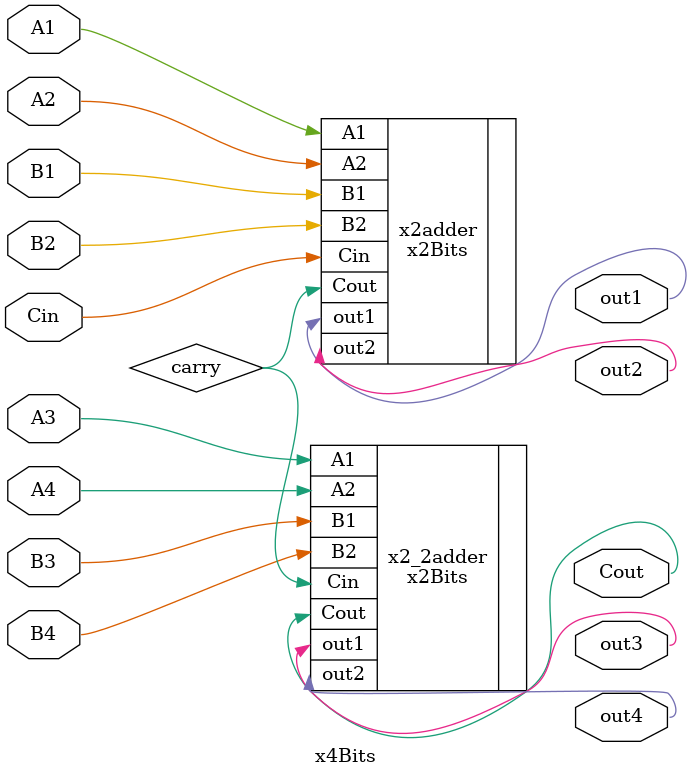
<source format=sv>
`timescale 1ns / 1ps

module x4Bits(
    input  logic B1, B2, B3, B4, A1, A2, A3, A4, Cin,
    output logic out1, out2, out3, out4, Cout
    );
     logic carry;
x2Bits x2adder(.B1(B1), .B2(B2),.A1(A1),.A2(A2), .Cin(Cin), .Cout(carry),.out1(out1), .out2(out2)); //2 bit
x2Bits x2_2adder(.B1(B3), .B2(B4),.A1(A3),.A2(A4), .Cin(carry), .Cout(Cout),.out1(out3), .out2(out4)); //2 bit
endmodule

</source>
